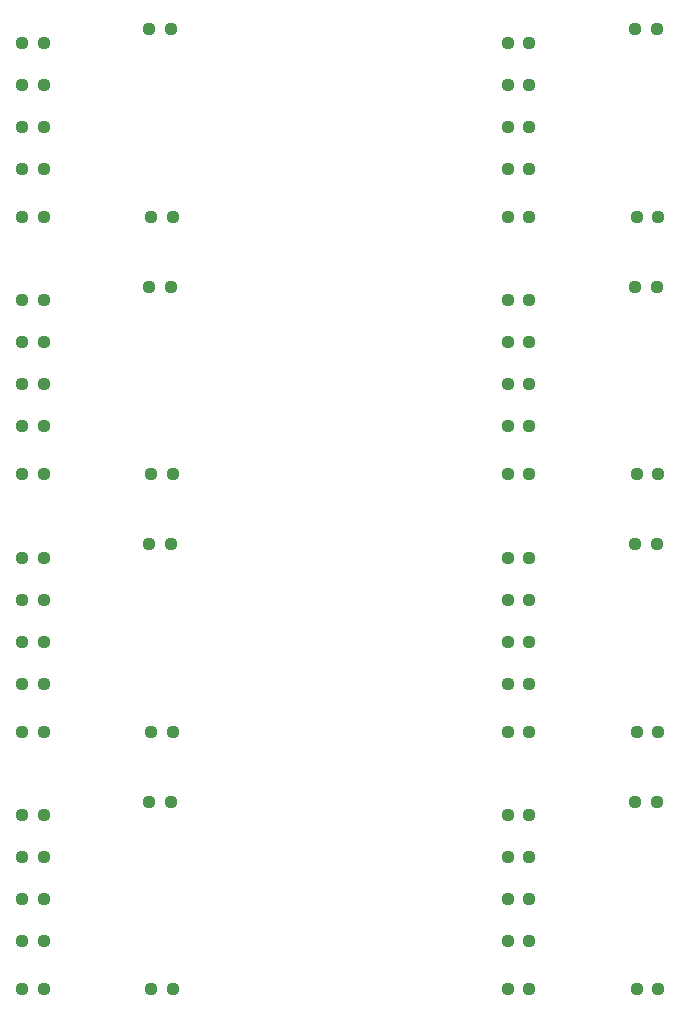
<source format=gbr>
%TF.GenerationSoftware,KiCad,Pcbnew,7.0.2*%
%TF.CreationDate,2023-06-05T19:45:02+09:00*%
%TF.ProjectId,kikit,6b696b69-742e-46b6-9963-61645f706362,rev?*%
%TF.SameCoordinates,Original*%
%TF.FileFunction,Paste,Top*%
%TF.FilePolarity,Positive*%
%FSLAX46Y46*%
G04 Gerber Fmt 4.6, Leading zero omitted, Abs format (unit mm)*
G04 Created by KiCad (PCBNEW 7.0.2) date 2023-06-05 19:45:02*
%MOMM*%
%LPD*%
G01*
G04 APERTURE LIST*
G04 Aperture macros list*
%AMRoundRect*
0 Rectangle with rounded corners*
0 $1 Rounding radius*
0 $2 $3 $4 $5 $6 $7 $8 $9 X,Y pos of 4 corners*
0 Add a 4 corners polygon primitive as box body*
4,1,4,$2,$3,$4,$5,$6,$7,$8,$9,$2,$3,0*
0 Add four circle primitives for the rounded corners*
1,1,$1+$1,$2,$3*
1,1,$1+$1,$4,$5*
1,1,$1+$1,$6,$7*
1,1,$1+$1,$8,$9*
0 Add four rect primitives between the rounded corners*
20,1,$1+$1,$2,$3,$4,$5,0*
20,1,$1+$1,$4,$5,$6,$7,0*
20,1,$1+$1,$6,$7,$8,$9,0*
20,1,$1+$1,$8,$9,$2,$3,0*%
G04 Aperture macros list end*
%ADD10RoundRect,0.237500X-0.250000X-0.237500X0.250000X-0.237500X0.250000X0.237500X-0.250000X0.237500X0*%
%ADD11RoundRect,0.237500X0.250000X0.237500X-0.250000X0.237500X-0.250000X-0.237500X0.250000X-0.237500X0*%
G04 APERTURE END LIST*
D10*
%TO.C,R2*%
X159509500Y-30276600D03*
X161334500Y-30276600D03*
%TD*%
%TO.C,R3*%
X118385700Y-55627704D03*
X120210700Y-55627704D03*
%TD*%
%TO.C,R7*%
X170431500Y-88598808D03*
X172256500Y-88598808D03*
%TD*%
%TO.C,R5*%
X170304500Y-29133600D03*
X172129500Y-29133600D03*
%TD*%
%TO.C,R5*%
X129180700Y-29133600D03*
X131005700Y-29133600D03*
%TD*%
D11*
%TO.C,R6*%
X161334500Y-40944600D03*
X159509500Y-40944600D03*
%TD*%
D10*
%TO.C,R7*%
X129307700Y-88598808D03*
X131132700Y-88598808D03*
%TD*%
%TO.C,R3*%
X118385700Y-33832600D03*
X120210700Y-33832600D03*
%TD*%
%TO.C,R5*%
X170304500Y-72723808D03*
X172129500Y-72723808D03*
%TD*%
%TO.C,R7*%
X170431500Y-110393912D03*
X172256500Y-110393912D03*
%TD*%
D11*
%TO.C,R1*%
X120210700Y-80978808D03*
X118385700Y-80978808D03*
%TD*%
D10*
%TO.C,R2*%
X118385700Y-73866808D03*
X120210700Y-73866808D03*
%TD*%
D11*
%TO.C,R1*%
X120210700Y-59183704D03*
X118385700Y-59183704D03*
%TD*%
D10*
%TO.C,R7*%
X129307700Y-45008600D03*
X131132700Y-45008600D03*
%TD*%
%TO.C,R2*%
X118385700Y-30276600D03*
X120210700Y-30276600D03*
%TD*%
D11*
%TO.C,R6*%
X120210700Y-84534808D03*
X118385700Y-84534808D03*
%TD*%
D10*
%TO.C,R5*%
X129180700Y-72723808D03*
X131005700Y-72723808D03*
%TD*%
%TO.C,R5*%
X129180700Y-50928704D03*
X131005700Y-50928704D03*
%TD*%
%TO.C,R4*%
X118385700Y-66803704D03*
X120210700Y-66803704D03*
%TD*%
D11*
%TO.C,R1*%
X161334500Y-102773912D03*
X159509500Y-102773912D03*
%TD*%
D10*
%TO.C,R5*%
X129180700Y-94518912D03*
X131005700Y-94518912D03*
%TD*%
D11*
%TO.C,R1*%
X161334500Y-59183704D03*
X159509500Y-59183704D03*
%TD*%
D10*
%TO.C,R2*%
X159509500Y-52071704D03*
X161334500Y-52071704D03*
%TD*%
D11*
%TO.C,R6*%
X161334500Y-84534808D03*
X159509500Y-84534808D03*
%TD*%
%TO.C,R1*%
X120210700Y-102773912D03*
X118385700Y-102773912D03*
%TD*%
D10*
%TO.C,R4*%
X159509500Y-45008600D03*
X161334500Y-45008600D03*
%TD*%
%TO.C,R3*%
X159509500Y-33832600D03*
X161334500Y-33832600D03*
%TD*%
%TO.C,R7*%
X170431500Y-66803704D03*
X172256500Y-66803704D03*
%TD*%
D11*
%TO.C,R1*%
X161334500Y-80978808D03*
X159509500Y-80978808D03*
%TD*%
D10*
%TO.C,R4*%
X159509500Y-88598808D03*
X161334500Y-88598808D03*
%TD*%
%TO.C,R2*%
X159509500Y-73866808D03*
X161334500Y-73866808D03*
%TD*%
%TO.C,R2*%
X159509500Y-95661912D03*
X161334500Y-95661912D03*
%TD*%
%TO.C,R4*%
X159509500Y-66803704D03*
X161334500Y-66803704D03*
%TD*%
%TO.C,R7*%
X129307700Y-110393912D03*
X131132700Y-110393912D03*
%TD*%
%TO.C,R2*%
X118385700Y-95661912D03*
X120210700Y-95661912D03*
%TD*%
%TO.C,R4*%
X118385700Y-88598808D03*
X120210700Y-88598808D03*
%TD*%
%TO.C,R5*%
X170304500Y-94518912D03*
X172129500Y-94518912D03*
%TD*%
%TO.C,R7*%
X129307700Y-66803704D03*
X131132700Y-66803704D03*
%TD*%
D11*
%TO.C,R6*%
X161334500Y-106329912D03*
X159509500Y-106329912D03*
%TD*%
D10*
%TO.C,R3*%
X159509500Y-55627704D03*
X161334500Y-55627704D03*
%TD*%
D11*
%TO.C,R6*%
X120210700Y-62739704D03*
X118385700Y-62739704D03*
%TD*%
D10*
%TO.C,R3*%
X118385700Y-99217912D03*
X120210700Y-99217912D03*
%TD*%
%TO.C,R3*%
X118385700Y-77422808D03*
X120210700Y-77422808D03*
%TD*%
D11*
%TO.C,R6*%
X161334500Y-62739704D03*
X159509500Y-62739704D03*
%TD*%
D10*
%TO.C,R3*%
X159509500Y-99217912D03*
X161334500Y-99217912D03*
%TD*%
%TO.C,R4*%
X159509500Y-110393912D03*
X161334500Y-110393912D03*
%TD*%
%TO.C,R2*%
X118385700Y-52071704D03*
X120210700Y-52071704D03*
%TD*%
%TO.C,R5*%
X170304500Y-50928704D03*
X172129500Y-50928704D03*
%TD*%
D11*
%TO.C,R1*%
X120210700Y-37388600D03*
X118385700Y-37388600D03*
%TD*%
%TO.C,R6*%
X120210700Y-40944600D03*
X118385700Y-40944600D03*
%TD*%
D10*
%TO.C,R4*%
X118385700Y-45008600D03*
X120210700Y-45008600D03*
%TD*%
%TO.C,R7*%
X170431500Y-45008600D03*
X172256500Y-45008600D03*
%TD*%
D11*
%TO.C,R6*%
X120210700Y-106329912D03*
X118385700Y-106329912D03*
%TD*%
D10*
%TO.C,R4*%
X118385700Y-110393912D03*
X120210700Y-110393912D03*
%TD*%
D11*
%TO.C,R1*%
X161334500Y-37388600D03*
X159509500Y-37388600D03*
%TD*%
D10*
%TO.C,R3*%
X159509500Y-77422808D03*
X161334500Y-77422808D03*
%TD*%
M02*

</source>
